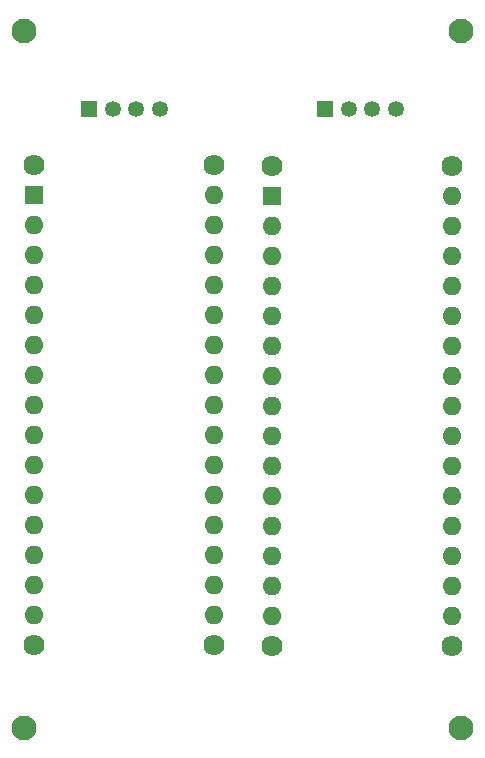
<source format=gbr>
%TF.GenerationSoftware,KiCad,Pcbnew,9.0.7-9.0.7~ubuntu24.04.1*%
%TF.CreationDate,2026-02-20T10:35:14-07:00*%
%TF.ProjectId,gazelem_main_motors_pcb_design,67617a65-6c65-46d5-9f6d-61696e5f6d6f,rev?*%
%TF.SameCoordinates,Original*%
%TF.FileFunction,Soldermask,Bot*%
%TF.FilePolarity,Negative*%
%FSLAX46Y46*%
G04 Gerber Fmt 4.6, Leading zero omitted, Abs format (unit mm)*
G04 Created by KiCad (PCBNEW 9.0.7-9.0.7~ubuntu24.04.1) date 2026-02-20 10:35:14*
%MOMM*%
%LPD*%
G01*
G04 APERTURE LIST*
%ADD10C,1.780000*%
%ADD11R,1.600000X1.600000*%
%ADD12O,1.600000X1.600000*%
%ADD13C,2.100000*%
%ADD14R,1.350000X1.350000*%
%ADD15C,1.350000*%
G04 APERTURE END LIST*
D10*
%TO.C,A1*%
X151890000Y-72410000D03*
X151890000Y-113050000D03*
X167130000Y-72410000D03*
X167130000Y-113050000D03*
D11*
X151890000Y-74950000D03*
D12*
X151890000Y-77490000D03*
X151890000Y-80030000D03*
X151890000Y-82570000D03*
X151890000Y-85110000D03*
X151890000Y-87650000D03*
X151890000Y-90190000D03*
X151890000Y-92730000D03*
X151890000Y-95270000D03*
X151890000Y-97810000D03*
X151890000Y-100350000D03*
X151890000Y-102890000D03*
X151890000Y-105430000D03*
X151890000Y-107970000D03*
X151890000Y-110510000D03*
X167130000Y-110510000D03*
X167130000Y-107970000D03*
X167130000Y-105430000D03*
X167130000Y-102890000D03*
X167130000Y-100350000D03*
X167130000Y-97810000D03*
X167130000Y-95270000D03*
X167130000Y-92730000D03*
X167130000Y-90190000D03*
X167130000Y-87650000D03*
X167130000Y-85110000D03*
X167130000Y-82570000D03*
X167130000Y-80030000D03*
X167130000Y-77490000D03*
X167130000Y-74950000D03*
%TD*%
D13*
%TO.C,H2*%
X151000000Y-61000000D03*
%TD*%
%TO.C,H4*%
X188000000Y-120000000D03*
%TD*%
%TO.C,H3*%
X151000000Y-120000000D03*
%TD*%
%TO.C,H1*%
X188000000Y-61000000D03*
%TD*%
D14*
%TO.C,J1*%
X156500000Y-67600000D03*
D15*
X158500000Y-67600000D03*
X160500000Y-67600000D03*
X162500000Y-67600000D03*
%TD*%
D14*
%TO.C,J2*%
X176500000Y-67600000D03*
D15*
X178500000Y-67600000D03*
X180500000Y-67600000D03*
X182500000Y-67600000D03*
%TD*%
D10*
%TO.C,A2*%
X172000000Y-72420000D03*
X172000000Y-113060000D03*
X187240000Y-72420000D03*
X187240000Y-113060000D03*
D11*
X172000000Y-74960000D03*
D12*
X172000000Y-77500000D03*
X172000000Y-80040000D03*
X172000000Y-82580000D03*
X172000000Y-85120000D03*
X172000000Y-87660000D03*
X172000000Y-90200000D03*
X172000000Y-92740000D03*
X172000000Y-95280000D03*
X172000000Y-97820000D03*
X172000000Y-100360000D03*
X172000000Y-102900000D03*
X172000000Y-105440000D03*
X172000000Y-107980000D03*
X172000000Y-110520000D03*
X187240000Y-110520000D03*
X187240000Y-107980000D03*
X187240000Y-105440000D03*
X187240000Y-102900000D03*
X187240000Y-100360000D03*
X187240000Y-97820000D03*
X187240000Y-95280000D03*
X187240000Y-92740000D03*
X187240000Y-90200000D03*
X187240000Y-87660000D03*
X187240000Y-85120000D03*
X187240000Y-82580000D03*
X187240000Y-80040000D03*
X187240000Y-77500000D03*
X187240000Y-74960000D03*
%TD*%
M02*

</source>
